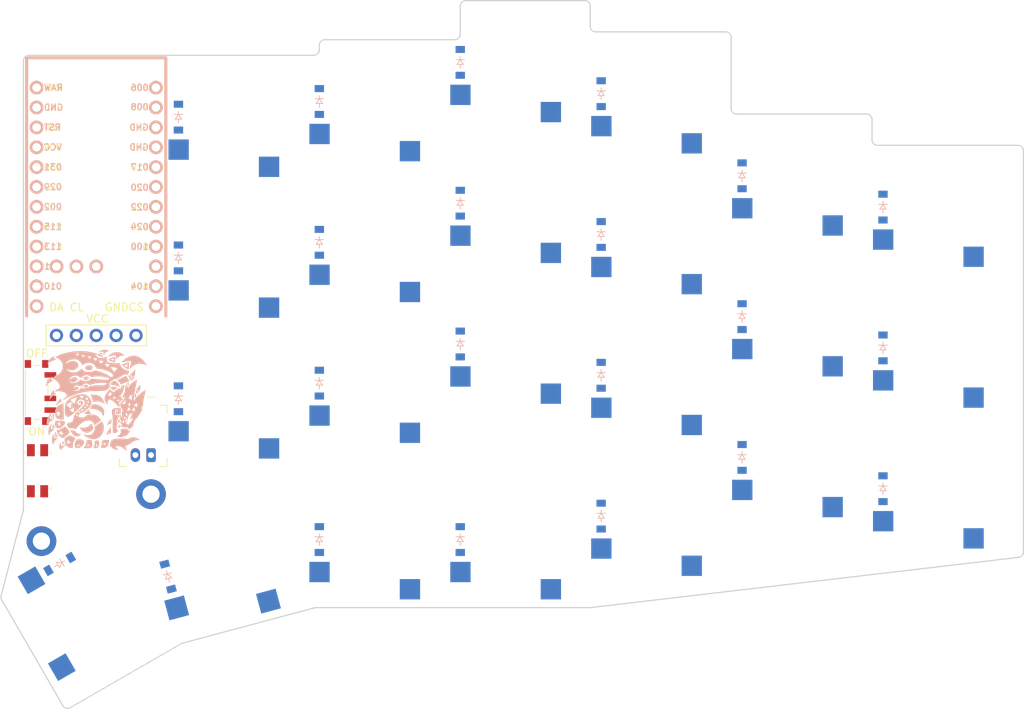
<source format=kicad_pcb>
(kicad_pcb (version 20240108) (generator "pcbnew") (generator_version "8.0")
  (title_block (title "right") (rev "v1.0.0") (company "Unknown"))
  (layers (0 "F.Cu" signal) (31 "B.Cu" signal) (34 "B.Paste" user) (35 "F.Paste" user) (36 "B.SilkS" user "B.Silkscreen") (37 "F.SilkS" user "F.Silkscreen") (38 "B.Mask" user) (39 "F.Mask" user) (44 "Edge.Cuts" user))
  (net 0 "")
  (net 1 "P031")
  (net 2 "mirror_outer_bottom")
  (net 3 "mirror_outer_home")
  (net 4 "mirror_outer_top")
  (net 5 "P029")
  (net 6 "mirror_pinky_bottom")
  (net 7 "mirror_pinky_home")
  (net 8 "mirror_pinky_top")
  (net 9 "P002")
  (net 10 "mirror_ring_bonus")
  (net 11 "mirror_ring_bottom")
  (net 12 "mirror_ring_home")
  (net 13 "mirror_ring_top")
  (net 14 "P115")
  (net 15 "mirror_middle_bottom")
  (net 16 "mirror_middle_home")
  (net 17 "mirror_middle_top")
  (net 18 "P113")
  (net 19 "mirror_index_bottom")
  (net 20 "mirror_index_home")
  (net 21 "mirror_index_top")
  (net 22 "P111")
  (net 23 "mirror_inner_bottom")
  (net 24 "mirror_inner_home")
  (net 25 "mirror_inner_top")
  (net 26 "mirror_inner_thumb")
  (net 27 "mirror_close_thumb")
  (net 28 "mirror_home_thumb")
  (net 29 "P010")
  (net 30 "mirror_outer_thumb")
  (net 31 "P022")
  (net 32 "P020")
  (net 33 "P017")
  (net 34 "P024")
  (net 35 "RAW")
  (net 36 "GND")
  (net 37 "RST")
  (net 38 "VCC")
  (net 39 "P009")
  (net 40 "P006")
  (net 41 "P008")
  (net 42 "P100")
  (net 43 "P011")
  (net 44 "P104")
  (net 45 "P106")
  (net 46 "P101")
  (net 47 "P102")
  (net 48 "P107")
  (net 49 "BAT_P")
  (footprint "PG1350" (layer "F.Cu") (at 178 140.5 180)
    (property "Reference" "S15" (hide yes))
    (property "Value" "" (hide yes))
    (pad "" np_thru_hole circle (at -5.5 0) (size 1.7018 1.7018) (drill 1.7018) (layers "*.Cu" "*.Mask"))
    (pad "" np_thru_hole circle (at 0 -5.95) (size 3 3) (drill 3) (layers "*.Cu" "*.Mask"))
    (pad "" np_thru_hole circle (at 0 0) (size 3.429 3.429) (drill 3.429) (layers "*.Cu" "*.Mask"))
    (pad "" np_thru_hole circle (at 5 -3.75) (size 3 3) (drill 3) (layers "*.Cu" "*.Mask"))
    (pad "" np_thru_hole circle (at 5.5 0) (size 1.7018 1.7018) (drill 1.7018) (layers "*.Cu" "*.Mask"))
    (pad "1" smd rect (at -3.275 -5.95 180) (size 2.6 2.6) (layers "B.Cu" "B.Paste" "B.Mask") (net 18 "P113"))
    (pad "2" smd rect (at 8.275 -3.75 180) (size 2.6 2.6) (layers "B.Cu" "B.Paste" "B.Mask") (net 20 "mirror_index_home"))
  )
  (footprint "PG1350" (layer "F.Cu") (at 250 154 180)
    (property "Reference" "S2" (hide yes))
    (property "Value" "" (hide yes))
    (pad "" np_thru_hole circle (at -5.5 0) (size 1.7018 1.7018) (drill 1.7018) (layers "*.Cu" "*.Mask"))
    (pad "" np_thru_hole circle (at 0 -5.95) (size 3 3) (drill 3) (layers "*.Cu" "*.Mask"))
    (pad "" np_thru_hole circle (at 0 0) (size 3.429 3.429) (drill 3.429) (layers "*.Cu" "*.Mask"))
    (pad "" np_thru_hole circle (at 5 -3.75) (size 3 3) (drill 3) (layers "*.Cu" "*.Mask"))
    (pad "" np_thru_hole circle (at 5.5 0) (size 1.7018 1.7018) (drill 1.7018) (layers "*.Cu" "*.Mask"))
    (pad "1" smd rect (at -3.275 -5.95 180) (size 2.6 2.6) (layers "B.Cu" "B.Paste" "B.Mask") (net 1 "P031"))
    (pad "2" smd rect (at 8.275 -3.75 180) (size 2.6 2.6) (layers "B.Cu" "B.Paste" "B.Mask") (net 3 "mirror_outer_home"))
  )
  (footprint "PG1350" (layer "F.Cu") (at 178 122.5 180)
    (property "Reference" "S16" (hide yes))
    (property "Value" "" (hide yes))
    (pad "" np_thru_hole circle (at -5.5 0) (size 1.7018 1.7018) (drill 1.7018) (layers "*.Cu" "*.Mask"))
    (pad "" np_thru_hole circle (at 0 -5.95) (size 3 3) (drill 3) (layers "*.Cu" "*.Mask"))
    (pad "" np_thru_hole circle (at 0 0) (size 3.429 3.429) (drill 3.429) (layers "*.Cu" "*.Mask"))
    (pad "" np_thru_hole circle (at 5 -3.75) (size 3 3) (drill 3) (layers "*.Cu" "*.Mask"))
    (pad "" np_thru_hole circle (at 5.5 0) (size 1.7018 1.7018) (drill 1.7018) (layers "*.Cu" "*.Mask"))
    (pad "1" smd rect (at -3.275 -5.95 180) (size 2.6 2.6) (layers "B.Cu" "B.Paste" "B.Mask") (net 18 "P113"))
    (pad "2" smd rect (at 8.275 -3.75 180) (size 2.6 2.6) (layers "B.Cu" "B.Paste" "B.Mask") (net 21 "mirror_index_top"))
  )
  (footprint "ceoloide:battery_connector_jst_ph_2" (layer "F.Cu") (at 147.2 167.3 180)
    (property "Reference" "JST1" (hide yes))
    (property "Value" "")
    (pad "1" thru_hole roundrect (at -1 0 180) (size 1.2 1.75) (drill 0.75) (layers "*.Cu" "*.Mask") (roundrect_rratio 0.2) (net 36 "GND"))
    (pad "2" thru_hole oval (at 1 0 180) (size 1.2 1.75) (drill 0.75) (layers "*.Cu" "*.Mask") (net 49 "BAT_P"))
  )
  (footprint "ceoloide:mounting_hole_npth" (layer "F.Cu") (at 147.369072 179.907463 30)
    (property "Reference" "MH5" (hide yes))
    (property "Value" "")
    (pad "" np_thru_hole circle (at 0 0 30) (size 3 3) (drill 3) (layers "*.Cu" "*.Mask"))
  )
  (footprint "ceoloide:mounting_hole_npth" (layer "F.Cu") (at 169 133.5)
    (property "Reference" "MH1" (hide yes))
    (property "Value" "")
    (pad "" np_thru_hole circle (at 0 0) (size 3 3) (drill 3) (layers "*.Cu" "*.Mask"))
  )
  (footprint "ceoloide:display_nice_view" (layer "F.Cu") (at 141.2 135.3)
    (property "Reference" "DISP1" (hide yes))
    (property "Value" "")
    (fp_text user "GND" (at 2.62 13.1 0) (layer "F.SilkS"))
    (fp_text user "DA" (at -5.08 13.1 0) (layer "F.SilkS"))
    (fp_text user "CL" (at -2.48 13.1 0) (layer "F.SilkS"))
    (fp_text user "VCC" (at 0.15 14.6 0) (layer "F.SilkS"))
    (fp_text user "CS" (at 5.12 13.1 0) (layer "F.SilkS"))
    (pad "1" thru_hole oval (at -5.08 16.7 270) (size 1.7 1.7) (drill 1) (layers "*.Cu" "*.Mask") (net 43 "P011"))
    (pad "2" thru_hole oval (at -2.54 16.7 270) (size 1.7 1.7) (drill 1) (layers "*.Cu" "*.Mask") (net 36 "GND"))
    (pad "3" thru_hole oval (at 0 16.7 270) (size 1.7 1.7) (drill 1) (layers "*.Cu" "*.Mask") (net 38 "VCC"))
    (pad "4" thru_hole oval (at 2.54 16.7 270) (size 1.7 1.7) (drill 1) (layers "*.Cu" "*.Mask") (net 44 "P104"))
    (pad "5" thru_hole circle (at 5.08 16.7 270) (size 1.7 1.7) (drill 1) (layers "*.Cu" "*.Mask") (net 45 "P106"))
  )
  (footprint "PG1350" (layer "F.Cu") (at 250 172 180)
    (property "Reference" "S1" (hide yes))
    (property "Value" "" (hide yes))
    (pad "" np_thru_hole circle (at -5.5 0) (size 1.7018 1.7018) (drill 1.7018) (layers "*.Cu" "*.Mask"))
    (pad "" np_thru_hole circle (at 0 -5.95) (size 3 3) (drill 3) (layers "*.Cu" "*.Mask"))
    (pad "" np_thru_hole circle (at 0 0) (size 3.429 3.429) (drill 3.429) (layers "*.Cu" "*.Mask"))
    (pad "" np_thru_hole circle (at 5 -3.75) (size 3 3) (drill 3) (layers "*.Cu" "*.Mask"))
    (pad "" np_thru_hole circle (at 5.5 0) (size 1.7018 1.7018) (drill 1.7018) (layers "*.Cu" "*.Mask"))
    (pad "1" smd rect (at -3.275 -5.95 180) (size 2.6 2.6) (layers "B.Cu" "B.Paste" "B.Mask") (net 1 "P031"))
    (pad "2" smd rect (at 8.275 -3.75 180) (size 2.6 2.6) (layers "B.Cu" "B.Paste" "B.Mask") (net 2 "mirror_outer_bottom"))
  )
  (footprint "PG1350" (layer "F.Cu") (at 232 168 180)
    (property "Reference" "S4" (hide yes))
    (property "Value" "" (hide yes))
    (pad "" np_thru_hole circle (at -5.5 0) (size 1.7018 1.7018) (drill 1.7018) (layers "*.Cu" "*.Mask"))
    (pad "" np_thru_hole circle (at 0 -5.95) (size 3 3) (drill 3) (layers "*.Cu" "*.Mask"))
    (pad "" np_thru_hole circle (at 0 0) (size 3.429 3.429) (drill 3.429) (layers "*.Cu" "*.Mask"))
    (pad "" np_thru_hole circle (at 5 -3.75) (size 3 3) (drill 3) (layers "*.Cu" "*.Mask"))
    (pad "" np_thru_hole circle (at 5.5 0) (size 1.7018 1.7018) (drill 1.7018) (layers "*.Cu" "*.Mask"))
    (pad "1" smd rect (at -3.275 -5.95 180) (size 2.6 2.6) (layers "B.Cu" "B.Paste" "B.Mask") (net 5 "P029"))
    (pad "2" smd rect (at 8.275 -3.75 180) (size 2.6 2.6) (layers "B.Cu" "B.Paste" "B.Mask") (net 6 "mirror_pinky_bottom"))
  )
  (footprint "PG1350" (layer "F.Cu") (at 196 178.5 180)
    (property "Reference" "S20" (hide yes))
    (property "Value" "" (hide yes))
    (pad "" np_thru_hole circle (at -5.5 0) (size 1.7018 1.7018) (drill 1.7018) (layers "*.Cu" "*.Mask"))
    (pad "" np_thru_hole circle (at 0 -5.95) (size 3 3) (drill 3) (layers "*.Cu" "*.Mask"))
    (pad "" np_thru_hole circle (at 0 0) (size 3.429 3.429) (drill 3.429) (layers "*.Cu" "*.Mask"))
    (pad "" np_thru_hole circle (at 5 -3.75) (size 3 3) (drill 3) (layers "*.Cu" "*.Mask"))
    (pad "" np_thru_hole circle (at 5.5 0) (size 1.7018 1.7018) (drill 1.7018) (layers "*.Cu" "*.Mask"))
    (pad "1" smd rect (at -3.275 -5.95 180) (size 2.6 2.6) (layers "B.Cu" "B.Paste" "B.Mask") (net 14 "P115"))
    (pad "2" smd rect (at 8.275 -3.75 180) (size 2.6 2.6) (layers "B.Cu" "B.Paste" "B.Mask") (net 26 "mirror_inner_thumb"))
  )
  (footprint "PG1350" (layer "F.Cu") (at 232 132 180)
    (property "Reference" "S6" (hide yes))
    (property "Value" "" (hide yes))
    (pad "" np_thru_hole circle (at -5.5 0) (size 1.7018 1.7018) (drill 1.7018) (layers "*.Cu" "*.Mask"))
    (pad "" np_thru_hole circle (at 0 -5.95) (size 3 3) (drill 3) (layers "*.Cu" "*.Mask"))
    (pad "" np_thru_hole circle (at 0 0) (size 3.429 3.429) (drill 3.429) (layers "*.Cu" "*.Mask"))
    (pad "" np_thru_hole circle (at 5 -3.75) (size 3 3) (drill 3) (layers "*.Cu" "*.Mask"))
    (pad "" np_thru_hole circle (at 5.5 0) (size 1.7018 1.7018) (drill 1.7018) (layers "*.Cu" "*.Mask"))
    (pad "1" smd rect (at -3.275 -5.95 180) (size 2.6 2.6) (layers "B.Cu" "B.Paste" "B.Mask") (net 5 "P029"))
    (pad "2" smd rect (at 8.275 -3.75 180) (size 2.6 2.6) (layers "B.Cu" "B.Paste" "B.Mask") (net 8 "mirror_pinky_top"))
  )
  (footprint "PG1350" (layer "F.Cu") (at 178 158.5 180)
    (property "Reference" "S14" (hide yes))
    (property "Value" "" (hide yes))
    (pad "" np_thru_hole circle (at -5.5 0) (size 1.7018 1.7018) (drill 1.7018) (layers "*.Cu" "*.Mask"))
    (pad "" np_thru_hole circle (at 0 -5.95) (size 3 3) (drill 3) (layers "*.Cu" "*.Mask"))
    (pad "" np_thru_hole circle (at 0 0) (size 3.429 3.429) (drill 3.429) (layers "*.Cu" "*.Mask"))
    (pad "" np_thru_hole circle (at 5 -3.75) (size 3 3) (drill 3) (layers "*.Cu" "*.Mask"))
    (pad "" np_thru_hole circle (at 5.5 0) (size 1.7018 1.7018) (drill 1.7018) (layers "*.Cu" "*.Mask"))
    (pad "1" smd rect (at -3.275 -5.95 180) (size 2.6 2.6) (layers "B.Cu" "B.Paste" "B.Mask") (net 18 "P113"))
    (pad "2" smd rect (at 8.275 -3.75 180) (size 2.6 2.6) (layers "B.Cu" "B.Paste" "B.Mask") (net 19 "mirror_index_bottom"))
  )
  (footprint "ceoloide:mounting_hole_plated" (layer "F.Cu") (at 148.2 172.3)
    (property "Reference" "H1" (hide yes))
    (property "Value" "")
    (pad "" thru_hole circle (at 0 0) (size 3.8 3.8) (drill 2.2) (layers "*.Cu" "*.Mask"))
  )
  (footprint "ceoloide:mounting_hole_npth" (layer "F.Cu") (at 241 163)
    (property "Reference" "MH3" (hide yes))
    (property "Value" "")
    (pad "" np_thru_hole circle (at 0 0) (size 3 3) (drill 3) (layers "*.Cu" "*.Mask"))
  )
  (footprint "nice_nano" (layer "F.Cu") (at 141.2 134.3 -90)
    (property "Reference" "MCU1" (hide yes))
    (property "Value" "")
    (fp_text user "002" (at 1.27 5.537191 0) (layer "B.SilkS") (effects (font (size 0.8 0.8)) (justify mirror)))
    (fp_text user "GND" (at -11.43 5.454667 0) (layer "B.SilkS") (effects (font (size 0.8 0.8)) (justify mirror)))
    (fp_text user "104" (at 11.43 -5.53719 0) (layer "B.SilkS") (effects (font (size 0.8 0.8)) (justify mirror)))
    (fp_text user "VCC" (at -6.35 5.537191 0) (layer "B.SilkS") (effects (font (size 0.8 0.8)) (justify mirror)))
    (fp_text user "022" (at 1.3 -5.53719 0) (layer "B.SilkS") (effects (font (size 0.8 0.8)) (justify mirror)))
    (fp_text user "RAW" (at -13.97 5.473715 0) (layer "B.SilkS") (effects (font (size 0.8 0.8)) (justify mirror)))
    (fp_text user "008" (at -11.5 -5.53719 0) (layer "B.SilkS") (effects (font (size 0.8 0.8)) (justify mirror)))
    (fp_text user "017" (at -3.8 -5.53719 0) (layer "B.SilkS") (effects (font (size 0.8 0.8)) (justify mirror)))
    (fp_text user "024" (at 3.81 -5.53719 0) (layer "B.SilkS") (effects (font (size 0.8 0.8)) (justify mirror)))
    (fp_text user "100" (at 6.35 -5.53719 0) (layer "B.SilkS") (effects (font (size 0.8 0.8)) (justify mirror)))
    (fp_text user "006" (at -13.97 -5.53719 0) (layer "B.SilkS") (effects (font (size 0.8 0.8)) (justify mirror)))
    (fp_text user "GND" (at -8.89 -5.461 0) (layer "B.SilkS") (effects (font (size 0.8 0.8)) (justify mirror)))
    (fp_text user "115" (at 3.81 5.537191 0) (layer "B.SilkS") (effects (font (size 0.8 0.8)) (justify mirror)))
    (fp_text user "111" (at 8.89 5.537191 0) (layer "B.SilkS") (effects (font (size 0.8 0.8)) (justify mirror)))
    (fp_text user "031" (at -3.81 5.537191 0) (layer "B.SilkS") (effects (font (size 0.8 0.8)) (justify mirror)))
    (fp_text user "020" (at -1.2 -5.53719 0) (layer "B.SilkS") (effects (font (size 0.8 0.8)) (justify mirror)))
    (fp_text user "GND" (at -6.35 -5.461 0) (layer "B.SilkS") (effects (font (size 0.8 0.8)) (justify mirror)))
    (fp_text user "010" (at 11.43 5.537191 0) (layer "B.SilkS") (effects (font (size 0.8 0.8)) (justify mirror)))
    (fp_text user "RST" (at -8.89 5.588 0) (layer "B.SilkS") (effects (font (size 0.8 0.8)) (justify mirror)))
    (fp_text user "029" (at -1.27 5.537191 0) (layer "B.SilkS") (effects (font (size 0.8 0.8)) (justify mirror)))
    (fp_text user "113" (at 6.35 5.537191 0) (layer "B.SilkS") (effects (font (size 0.8 0.8)) (justify mirror)))
    (fp_text user "031" (at -3.81 5.537191 0) (layer "F.SilkS") (effects (font (size 0.8 0.8))))
    (fp_text user "RAW" (at -13.97 5.473715 0) (layer "F.SilkS") (effects (font (size 0.8 0.8))))
    (fp_text user "GND" (at -11.43 5.454667 0) (layer "F.SilkS") (effects (font (size 0.8 0.8))))
    (fp_text user "017" (at -3.8 -5.53719 0) (layer "F.SilkS") (effects (font (size 0.8 0.8))))
    (fp_text user "111" (at 8.89 5.537191 0) (layer "F.SilkS") (effects (font (size 0.8 0.8))))
    (fp_text user "104" (at 11.43 -5.53719 0) (layer "F.SilkS") (effects (font (size 0.8 0.8))))
    (fp_text user "006" (at -13.97 -5.53719 0) (layer "F.SilkS") (effects (font (size 0.8 0.8))))
    (fp_text user "GND" (at -8.89 -5.461 0) (layer "F.SilkS") (effects (font (size 0.8 0.8))))
    (fp_text user "002" (at 1.27 5.537191 0) (layer "F.SilkS") (effects (font (size 0.8 0.8))))
    (fp_text user "020" (at -1.2 -5.53719 0) (layer "F.SilkS") (effects (font (size 0.8 0.8))))
    (fp_text user "024" (at 3.81 -5.53719 0) (layer "F.SilkS") (effects (font (size 0.8 0.8))))
    (fp_text user "029" (at -1.27 5.537191 0) (layer "F.SilkS") (effects (font (size 0.8 0.8))))
    (fp_text user "GND" (at -6.35 -5.461 0) (layer "F.SilkS") (effects (font (size 0.8 0.8))))
    (fp_text user "113" (at 6.35 5.537191 0) (layer "F.SilkS") (effects (font (size 0.8 0.8))))
    (fp_text user "VCC" (at -6.35 5.537191 0) (layer "F.SilkS") (effects (font (size 0.8 0.8))))
    (fp_text user "010" (at 11.43 5.537191 0) (layer "F.SilkS") (effects (font (size 0.8 0.8))))
    (fp_text user "008" (at -11.5 -5.53719 0) (layer "F.SilkS") (effects (font (size 0.8 0.8))))
    (fp_text user "100" (at 6.35 -5.53719 0) (layer "F.SilkS") (effects (font (size 0.8 0.8))))
    (fp_text user "115" (at 3.81 5.537191 0) (layer "F.SilkS") (effects (font (size 0.8 0.8))))
    (fp_text user "022" (at 1.3 -5.53719 0) (layer "F.SilkS") (effects (font (size 0.8 0.8))))
    (fp_text user "RST" (at -8.89 5.588 0) (layer "F.SilkS") (effects (font (size 0.8 0.8))))
    (pad "1" thru_hole circle (at -13.97 -7.62) (size 1.7526 1.7526) (drill 1.0922) (layers "*.Cu" "*.SilkS" "*.Mask") (net 40 "P006"))
    (pad "2" thru_hole circle (at -11.43 -7.62) (size 1.7526 1.7526) (drill 1.0922) (layers "*.Cu" "*.SilkS" "*.Mask") (net 41 "P008"))
    (pad "3" thru_hole circle (at -8.89 -7.62) (size 1.7526 1.7526) (drill 1.0922) (layers "*.Cu" "*.SilkS" "*.Mask") (net 36 "GND"))
    (pad "4" thru_hole circle (at -6.35 -7.62) (size 1.7526 1.7526) (drill 1.0922) (layers "*.Cu" "*.SilkS" "*.Mask") (net 36 "GND"))
    (pad "5" thru_hole circle (at -3.81 -7.62) (size 1.7526 1.7526) (drill 1.0922) (layers "*.Cu" "*.SilkS" "*.Mask") (net 33 "P017"))
    (pad "6" thru_hole circle (at -1.27 -7.62) (size 1.7526 1.7526) (drill 1.0922) (layers "*.Cu" "*.SilkS" "*.Mask") (net 32 "P020"))
    (pad "7" thru_hole circle (at 1.27 -7.62) (size 1.7526 1.7526) (drill 1.0922) (layers "*.Cu" "*.SilkS" "*.Mask") (net 31 "P022"))
    (pad "8" thru_hole circle (at 3.81 -7.62) (size 1.7526 1.7526) (drill 1.0922) (layers "*.Cu" "*.SilkS" "*.Mask") (net 34 "P024"))
    (pad "9" thru_hole circle (at 6.35 -7.62) (size 1.7526 1.7526) (drill 1.0922) (layers "*.Cu" "*.SilkS" "*.Mask") (net 42 "P100"))
    (pad "10" thru_hole circle (at 8.89 -7.62) (size 1.7526 1.7526) (drill 1.0922) (layers "*.Cu" "*.SilkS" "*.Mask") (net 43 "P011"))
    (pad "11" thru_hole circle (at 11.43 -7.62) (size 1.7526 1.7526) (drill 1.0922) (layers "*.Cu" "*.SilkS" "*.Mask") (net 44 "P104"))
    (pad "12" thru_hole circle (at 13.97 -7.62) (size 1.7526 1.7526) (drill 1.0922) (layers "*.Cu" "*.SilkS" "*.Mask") (net 45 "P106"))
    (pad "13" thru_hole circle (at 13.97 7.62) (size 1.7526 1.7526) (drill 1.0922) (layers "*.Cu" "*.SilkS" "*.Mask") (net 39 "P009"))
    (pad "14" thru_hole circle (at 11.43 7.62) (size 1.7526 1.7526) (drill 1.0922) (layers "*.Cu" "*.SilkS" "*.Mask") (net 29 "P010"))
    (pad "15" thru_hole circle (at 8.89 7.62) (size 1.7526 1.7526) (drill 1.0922) (layers "*.Cu" "*.SilkS" "*.Mask") (net 22 "P111"))
    (pad "16" thru_hole circle (at 6.35 7.62) (size 1.7526 1.7526) (drill 1.0922) (layers "*.Cu" "*.SilkS" "*.Mask") (net 18 "P113"))
    (pad "17" thru_hole circle (at 3.81 7.62) (size 1.7526 1.7526) (drill 1.0922) (layers "*.Cu" "*.SilkS" "*.Mask") (net 14 "P115"))
    (pad "18" thru_hole circle (at 1.27 7.62) (size 1.7526 1.7526) (drill 1.0922) (layers "*.Cu" "*.SilkS" "*.Mask") (net 9 "P002"))
    (pad "19" thru_hole circle (at -1.27 7.62) (size 1.7526 1.7526) (drill 1.0922) (layers "*.Cu" "*.SilkS" "*.Mask") (net 5 "P029"))
    (pad "20" thru_hole circle (at -3.81 7.62) (size 1.7526 1.7526) (drill 1.0922) (layers "*.Cu" "*.SilkS" "*.Mask") (net 1 "P031"))
    (pad "21" thru_hole circle (at -6.35 7.62) (size 1.7526 1.7526) (drill 1.0922) (layers "*.Cu" "*.SilkS" "*.Mask") (net 38 "VCC"))
    (pad "22" thru_hole circle (at -8.89 7.62) (size 1.7526 1.7526) (drill 1.0922) (layers "*.Cu" "*.SilkS" "*.Mask") (net 37 "RST"))
    (pad "23" thru_hole circle (at -11.43 7.62) (size 1.7526 1.7526) (drill 1.0922) (layers "*.Cu" "*.SilkS" "*.Mask") (net 36 "GND"))
    (pad "24" thru_hole circle (at -13.97 7.62) (size 1.7526 1.7526) (drill 1.0922) (layers "*.Cu" "*.SilkS" "*.Mask") (net 35 "RAW"))
    (pad "31" thru_hole circle (at 8.89 5.08) (size 1.7526 1.7526) (drill 1.0922) (layers "*.Cu" "*.SilkS" "*.Mask") (net 46 "P101"))
    (pad "32" thru_hole circle (at 8.89 2.54) (size 1.7526 1.7526) (drill 1.0922) (layers "*.Cu" "*.SilkS" "*.Mask") (net 47 "P102"))
    (pad "33" thru_hole circle (at 8.89 0) (size 1.7526 1.7526) (drill 1.0922) (layers "*.Cu" "*.SilkS" "*.Mask") (net 48 "P107"))
  )
  (footprint "PG1350" (layer "F.Cu") (at 196 135.5 180)
    (property "Reference" "S12" (hide yes))
    (property "Value" "" (hide yes))
    (pad "" np_thru_hole circle (at -5.5 0) (size 1.7018 1.7018) (drill 1.7018) (layers "*.Cu" "*.Mask"))
    (pad "" np_thru_hole circle (at 0 -5.95) (size 3 3) (drill 3) (layers "*.Cu" "*.Mask"))
    (pad "" np_thru_hole circle (at 0 0) (size 3.429 3.429) (drill 3.429) (layers "*.Cu" "*.Mask"))
    (pad "" np_thru_hole circle (at 5 -3.75) (size 3 3) (drill 3) (layers "*.Cu" "*.Mask"))
    (pad "" np_thru_hole circle (at 5.5 0) (size 1.7018 1.7018) (drill 1.7018) (layers "*.Cu" "*.Mask"))
    (pad "1" smd rect (at -3.275 -5.95 180) (size 2.6 2.6) (layers "B.Cu" "B.Paste" "B.Mask") (net 14 "P115"))
    (pad "2" smd rect (at 8.275 -3.75 180) (size 2.6 2.6) (layers "B.Cu" "B.Paste" "B.Mask") (net 16 "mirror_middle_home"))
  )
  (footprint "PG1350" (layer "F.Cu") (at 196 117.5 180)
    (property "Reference" "S13" (hide yes))
    (property "Value" "" (hide yes))
    (pad "" np_thru_hole circle (at -5.5 0) (size 1.7018 1.7018) (drill 1.7018) (layers "*.Cu" "*.Mask"))
    (pad "" np_thru_hole circle (at 0 -5.95) (size 3 3) (drill 3) (layers "*.Cu" "*.Mask"))
    (pad "" np_thru_hole circle (at 0 0) (size 3.429 3.429) (drill 3.429) (layers "*.Cu" "*.Mask"))
    (pad "" np_thru_hole circle (at 5 -3.75) (size 3 3) (drill 3) (layers "*.Cu" "*.Mask"))
    (pad "" np_thru_hole circle (at 5.5 0) (size 1.7018 1.7018) (drill 1.7018) (layers "*.Cu" "*.Mask"))
    (pad "1" smd rect (at -3.275 -5.95 180) (size 2.6 2.6) (layers "B.Cu" "B.Paste" "B.Mask") (net 14 "P115"))
    (pad "2" smd rect (at 8.275 -3.75 180) (size 2.6 2.6) (layers "B.Cu" "B.Paste" "B.Mask") (net 17 "mirror_middle_top"))
  )
  (footprint "PG1350" (layer "F.Cu") (at 158.494934 181.067891 -165)
    (property "Reference" "S22" (hide yes))
    (property "Value" "" (hide yes))
    (pad "" np_thru_hole circle (at -5.5 0) (size 1.7018 1.7018) (drill 1.7018) (layers "*.Cu" "*.Mask"))
    (pad "" np_thru_hole circle (at 0 -5.95) (size 3 3) (drill 3) (layers "*.Cu" "*.Mask"))
    (pad "" np_thru_hole circle (at 0 0) (size 3.429 3.429) (drill 3.429) (layers "*.Cu" "*.Mask"))
    (pad "" np_thru_hole circle (at 5 -3.75) (size 3 3) (drill 3) (layers "*.Cu" "*.Mask"))
    (pad "" np_thru_hole circle (at 5.5 0) (size 1.7018 1.7018) (drill 1.7018) (layers "*.Cu" "*.Mask"))
    (pad "1" smd rect (at -3.275 -5.95 195) (size 2.6 2.6) (layers "B.Cu" "B.Paste" "B.Mask") (net 22 "P111"))
    (pad "2" smd rect (at 8.275 -3.75 195) (size 2.6 2.6) (layers "B.Cu" "B.Paste" "B.Mask") (net 28 "mirror_home_thumb"))
  )
  (footprint "PG1350" (layer "F.Cu") (at 160 142.5 180)
    (property "Reference" "S18" (hide yes))
    (property "Value" "" (hide yes))
    (pad "" np_thru_hole circle (at -5.5 0) (size 1.7018 1.7018) (drill 1.7018) (layers "*.Cu" "*.Mask"))
    (pad "" np_thru_hole circle (at 0 -5.95) (size 3 3) (drill 3) (layers "*.Cu" "*.Mask"))
    (pad "" np_thru_hole circle (at 0 0) (size 3.429 3.429) (drill 3.429) (layers "*.Cu" "*.Mask"))
    (pad "" np_thru_hole circle (at 5 -3.75) (size 3 3) (drill 3) (layers "*.Cu" "*.Mask"))
    (pad "" np_thru_hole circle (at 5.5 0) (size 1.7018 1.7018) (drill 1.7018) (layers "*.Cu" "*.Mask"))
    (pad "1" smd rect (at -3.275 -5.95 180) (size 2.6 2.6) (layers "B.Cu" "B.Paste" "B.Mask") (net 22 "P111"))
    (pad "2" smd rect (at 8.275 -3.75 180) (size 2.6 2.6) (layers "B.Cu" "B.Paste" "B.Mask") (net 24 "mirror_inner_home"))
  )
  (footprint "PG1350" (layer "F.Cu") (at 214 139.5 180)
    (property "Reference" "S9" (hide yes))
    (property "Value" "" (hide yes))
    (pad "" np_thru_hole circle (at -5.5 0) (size 1.7018 1.7018) (drill 1.7018) (layers "*.Cu" "*.Mask"))
    (pad "" np_thru_hole circle (at 0 -5.95) (size 3 3) (drill 3) (layers "*.Cu" "*.Mask"))
    (pad "" np_thru_hole circle (at 0 0) (size 3.429 3.429) (drill 3.429) (layers "*.Cu" "*.Mask"))
    (pad "" np_thru_hole circle (at 5 -3.75) (size 3 3) (drill 3) (layers "*.Cu" "*.Mask"))
    (pad "" np_thru_hole circle (at 5.5 0) (size 1.7018 1.7018) (drill 1.7018) (layers "*.Cu" "*.Mask"))
    (pad "1" smd rect (at -3.275 -5.95 180) (size 2.6 2.6) (layers "B.Cu" "B.Paste" "B.Mask") (net 9 "P002"))
    (pad "2" smd rect (at 8.275 -3.75 180) (size 2.6 2.6) (layers "B.Cu" "B.Paste" "B.Mask") (net 12 "mirror_ring_home"))
  )
  (footprint "PG1350" (layer "F.Cu") (at 250 136 180)
    (property "Reference" "S3" (hide yes))
    (property "Value" "" (hide yes))
    (pad "" np_thru_hole circle (at -5.5 0) (size 1.7018 1.7018) (drill 1.7018) (layers "*.Cu" "*.Mask"))
    (pad "" np_thru_hole circle (at 0 -5.95) (size 3 3) (drill 3) (layers "*.Cu" "*.Mask"))
    (pad "" np_thru_hole circle (at 0 0) (size 3.429 3.429) (drill 3.429) (layers "*.Cu" "*.Mask"))
    (pad "" np_thru_hole circle (at 5 -3.75) (size 3 3) (drill 3) (layers "*.Cu" "*.Mask"))
    (pad "" np_thru_hole circle (at 5.5 0) (size 1.7018 1.7018) (drill 1.7018) (layers "*.Cu" "*.Mask"))
    (pad "1" smd rect (at -3.275 -5.95 180) (size 2.6 2.6) (layers "B.Cu" "B.Paste" "B.Mask") (net 1 "P031"))
    (pad "2" smd rect (at 8.275 -3.75 180) (size 2.6 2.6) (layers "B.Cu" "B.Paste" "B.Mask") (net 4 "mirror_outer_top"))
  )
  (footprint "PG1350" (layer "F.Cu") (at 196 153.5 180)
    (property "Reference" "S11" (hide yes))
    (property "Value" "" (hide yes))
    (pad "" np_thru_hole circle (at -5.5 0) (size 1.7018 1.7018) (drill 1.7018) (layers "*.Cu" "*.Mask"))
    (pad "" np_thru_hole circle (at 0 -5.95) (size 3 3) (drill 3) (layers "*.Cu" "*.Mask"))
    (pad "" np_thru_hole circle (at 0 0) (size 3.429 3.429) (drill 3.429) (layers "*.Cu" "*.Mask"))
    (pad "" np_thru_hole circle (at 5 -3.75) (size 3 3) (drill 3) (layers "*.Cu" "*.Mask"))
    (pad "" np_thru_hole circle (at 5.5 0) (size 1.7018 1.7018) (drill 1.7018) (layers "*.Cu" "*.Mask"))
    (pad "1" smd rect (at -3.275 -5.95 180) (size 2.6 2.6) (layers "B.Cu" "B.Paste" "B.Mask") (net 14 "P115"))
    (pad "2" smd rect (at 8.275 -3.75 180) (size 2.6 2.6) (layers "B.Cu" "B.Paste" "B.Mask") (net 15 "mirror_middle_bottom"))
  )
  (footprint "ceoloide:reset_switch_smd_side" (layer "F.Cu") (at 133.7 169.3 90)
    (property "Reference" "RST1" (hide yes))
    (property "Value" "")
    (pad "" np_thru_hole circle (at 0 -1.375 270) (size 0.75 0.75) (drill 0.75) (layers "*.Cu" "*.Mask"))
    (pad "" np_thru_hole circle (at 0 1.375 270) (size 0.75 0.75) (drill 0.75) (layers "*.Cu" "*.Mask"))
    (pad "1" smd rect (at 2.625 -0.85 270) (size 1.55 1) (layers "F.Cu" "F.Paste" "F.Mask") (net 36 "GND"))
    (pad "2" smd rect (at 2.625 0.85 270) (size 1.55 1) (layers "F.Cu" "F.Paste" "F.Mask") (net 37 "RST"))
    (pad "3" smd rect (at -2.625 -0.85 270) (size 1.55 1) (layers "F.Cu" "F.Paste" "F.Mask") (net 36 "GND"))
    (pad "4" smd rect (at -2.625 0.85 270) (size 1.55 1) (layers "F.Cu" "F.Paste" "F.Mask") (net 37 "RST"))
  )
  (footprint "PG1350" (layer "F.Cu") (at 140.319106 188.596565 120)
    (property "Reference" "S23" (hide yes))
    (property "Value" "" (hide yes))
    (pad "" np_thru_hole circle (at -5.5 0) (size 1.7018 1.7018) (drill 1.7018) (layers "*.Cu" "*.Mask"))
    (pad "" np_thru_hole circle (at 0 -5.95) (size 3 3) (drill 3) (layers "*.Cu" "*.Mask"))
    (pad "" np_thru_hole circle (at 0 0) (size 3.429 3.429) (drill 3.429) (layers "*.Cu" "*.Mask"))
    (pad "" np_thru_hole circle (at 5 -3.75) (size 3 3) (drill 3) (layers "*.Cu" "*.Mask"))
    (pad "" np_thru_hole circle (at 5.5 0) (size 1.7018 1.7018) (drill 1.7018) (layers "*.Cu" "*.Mask"))
    (pad "1" smd rect (at -3.275 -5.95 120) (size 2.6 2.6) (layers "B.Cu" "B.Paste" "B.Mask") (net 29 "P010"))
    (pad "2" smd rect (at 8.275 -3.75 120) (size 2.6 2.6) (layers "B.Cu" "B.Paste" "B.Mask") (net 30 "mirror_outer_thumb"))
  )
  (footprint "ceoloide:mounting_hole_npth" (layer "F.Cu") (at 241 145)
    (property "Reference" "MH2" (hide yes))
    (property "Value" "")
    (pad "" np_thru_hole circle (at 0 0) (size 3 3) (drill 3) (layers "*.Cu" "*.Mask"))
  )
  (footprint "ceoloide:mounting_hole_npth" (layer "F.Cu") (at 169 169.5)
    (property "Reference" "MH4" (hide yes))
    (property "Value" "")
    (pad "" np_thru_hole circle (at 0 0) (size 3 3) (drill 3) (layers "*.Cu" "*.Mask"))
  )
  (footprint "PG1350" (layer "F.Cu") (at 214 175.5 180)
    (property "Reference" "S7" (hide yes))
    (property "Value" "" (hide yes))
    (pad "" np_thru_hole circle (at -5.5 0) (size 1.7018 1.7018) (drill 1.7018) (layers "*.Cu" "*.Mask"))
    (pad "" np_thru_hole circle (at 0 -5.95) (size 3 3) (drill 3) (layers "*.Cu" "*.Mask"))
    (pad "" np_thru_hole circle (at 0 0) (size 3.429 3.429) (drill 3.429) (layers "*.Cu" "*.Mask"))
    (pad "" np_thru_hole circle (at 5 -3.75) (size 3 3) (drill 3) (layers "*.Cu" "*.Mask"))
    (pad "" np_thru_hole circle (at 5.5 0) (size 1.7018 1.7018) (drill 1.7018) (layers "*.Cu" "*.Mask"))
    (pad "1" smd rect (at -3.275 -5.95 180) (size 2.6 2.6) (layers "B.Cu" "B.Paste" "B.Mask") (net 9 "P002"))
    (pad "2" smd rect (at 8.275 -3.75 180) (size 2.6 2.6) (layers "B.Cu" "B.Paste" "B.Mask") (net 10 "mirror_ring_bonus"))
  )
  (footprint "PG1350" (layer "F.Cu") (at 214 157.5 180)
    (property "Reference" "S8" (hide yes))
    (property "Value" "" (hide yes))
    (pad "" np_thru_hole circle (at -5.5 0) (size 1.7018 1.7018) (drill 1.7018) (layers "*.Cu" "*.Mask"))
    (pad "" np_thru_hole circle (at 0 -5.95) (size 3 3) (drill 3) (layers "*.Cu" "*.Mask"))
    (pad "" np_thru_hole circle (at 0 0) (size 3.429 3.429) (drill 3.429) (layers "*.Cu" "*.Mask"))
    (pad "" np_thru_hole circle (at 5 -3.75) (size 3 3) (drill 3) (layers "*.Cu" "*.Mask"))
    (pad "" np_thru_hole circle (at 5.5 0) (size 1.7018 1.7018) (drill 1.7018) (layers "*.Cu" "*.Mask"))
    (pad "1" smd rect (at -3.275 -5.95 180) (size 2.6 2.6) (layers "B.Cu" "B.Paste" "B.Mask") (net 9 "P002"))
    (pad "2" smd rect (at 8.275 -3.75 180) (size 2.6 2.6) (layers "B.Cu" "B.Paste" "B.Mask") (net 11 "mirror_ring_bottom"))
  )
  (footprint "PG1350" (layer "F.Cu") (at 160 124.5 180)
    (property "Reference" "S19" (hide yes))
    (property "Value" "" (hide yes))
    (pad "" np_thru_hole circle (at -5.5 0) (size 1.7018 1.7018) (drill 1.7018) (layers "*.Cu" "*.Mask"))
    (pad "" np_thru_hole circle (at 0 -5.95) (size 3 3) (drill 3) (layers "*.Cu" "*.Mask"))
    (pad "" np_thru_hole circle (at 0 0) (size 3.429 3.429) (drill 3.429) (layers "*.Cu" "*.Mask"))
    (pad "" np_thru_hole circle (at 5 -3.75) (size 3 3) (drill 3) (layers "*.Cu" "*.Mask"))
    (pad "" np_thru_hole circle (at 5.5 0) (size 1.7018 1.7018) (drill 1.7018) (layers "*.Cu" "*.Mask"))
    (pad "1" smd rect (at -3.275 -5.95 180) (size 2.6 2.6) (layers "B.Cu" "B.Paste" "B.Mask") (net 22 "P111"))
    (pad "2" smd rect (at 8.275 -3.75 180) (size 2.6 2.6) (layers "B.Cu" "B.Paste" "B.Mask") (net 25 "mirror_inner_top"))
  )
  (footprint "ceoloide:mounting_hole_plated" (layer "F.Cu") (at 134.2 178.3)
    (property "Reference" "H2" (hide yes))
    (property "Value" "")
    (pad "" thru_hole circle (at 0 0) (size 3.8 3.8) (drill 2.2) (layers "*.Cu" "*.Mask"))
  )
  (footprint "ceoloide:power_switch_smd_side" (layer "F.Cu") (at 133.6 159.3 180)
    (property "Reference" "PWR1" (hide yes))
    (property "Value" "")
    (fp_text user "ON" (at 0 -5 180) (layer "F.SilkS"))
    (fp_text user "OFF" (at 0 5 180) (layer "F.SilkS"))
    (pad "" smd rect (at -1.085 -3.65 270) (size 1 0.8) (layers "F.Cu" "F.Paste" "F.Mask"))
    (pad "" smd rect (at -1.085 3.65 270) (size 1 0.8) (layers "F.Cu" "F.Paste" "F.Mask"))
    (pad "" np_thru_hole circle (at 0.025 -1.5 270) (size 0.9 0.9) (drill 0.9) (layers "*.Cu" "*.Mask"))
    (pad "" np_thru_hole circle (at 0.025 1.5 270) (size 0.9 0.9) (drill 0.9) (layers "*.Cu" "*.Mask"))
    (pad "" smd rect (at 1.125 -3.65 270) (size 1 0.8) (layers "F.Cu" "F.Paste" "F.Mask"))
    (pad "" smd rect (at 1.125 3.65 270) (size 1 0.8) (layers "F.Cu" "F.Paste" "F.Mask"))
    (pad "1" smd rect (at -1.735 2.25 270) (size 0.7 1.5) (layers "F.Cu" "F.Paste" "F.Mask"))
    (pad "2" smd rect (at -1.735 -0.75 270) (size 0.7 1.5) (layers "F.Cu" "F.Paste" "F.Mask") (net 35 "RAW"))
    (pad "3" smd rect (at -1.735 -2.25 270) (size 0.7 1.5) (layers "F.Cu" "F.Paste" "F.Mask") (net 49 "BAT_P"))
  )
  (footprint "PG1350" (layer "F.Cu") (at 178 178.5 180)
    (property "Reference" "S21" (hide yes))
    (property "Value" "" (hide yes))
    (pad "" np_thru_hole circle (at -5.5 0) (size 1.7018 1.7018) (drill 1.7018) (layers "*.Cu" "*.Mask"))
    (pad "" np_thru_hole circle (at 0 -5.95) (size 3 3) (drill 3) (layers "*.Cu" "*.Mask"))
    (pad "" np_thru_hole circle (at 0 0) (size 3.429 3.429) (drill 3.429) (layers "*.Cu" "*.Mask"))
    (pad "" np_thru_hole circle (at 5 -3.75) (size 3 3) (drill 3) (layers "*.Cu" "*.Mask"))
    (pad "" np_thru_hole circle (at 5.5 0) (size 1.7018 1.7018) (drill 1.7018) (layers "*.Cu" "*.Mask"))
    (pad "1" smd rect (at -3.275 -5.95 180) (size 2.6 2.6) (layers "B.Cu" "B.Paste" "B.Mask") (net 18 "P113"))
    (pad "2" smd rect (at 8.275 -3.75 180) (size 2.6 2.6) (layers "B.Cu" "B.Paste" "B.Mask") (net 27 "mirror_close_thumb"))
  )
  (footprint "PG1350" (layer "F.Cu") (at 232 150 180)
    (property "Reference" "S5" (hide yes))
    (property "Value" "" (hide yes))
    (pad "" np_thru_hole circle (at -5.5 0) (size 1.7018 1.7018) (drill 1.7018) (layers "*.Cu" "*.Mask"))
    (pad "" np_thru_hole circle (at 0 -5.95) (size 3 3) (drill 3) (layers "*.Cu" "*.Mask"))
    (pad "" np_thru_hole circle (at 0 0) (size 3.429 3.429) (drill 3.429) (layers "*.Cu" "*.Mask"))
    (pad "" np_thru_hole circle (at 5 -3.75) (size 3 3) (drill 3) (layers "*.Cu" "*.Mask"))
    (pad "" np_thru_hole circle (at 5.5 0) (size 1.7018 1.7018) (drill 1.7018) (layers "*.Cu" "*.Mask"))
    (pad "1" smd rect (at -3.275 -5.95 180) (size 2.6 2.6) (layers "B.Cu" "B.Paste" "B.Mask") (net 5 "P029"))
    (pad "2" smd rect (at 8.275 -3.75 180) (size 2.6 2.6) (layers "B.Cu" "B.Paste" "B.Mask") (net 7 "mirror_pinky_home"))
  )
  (footprint "PG1350" (layer "F.Cu") (at 160 160.5 180)
    (property "Reference" "S17" (hide yes))
    (property "Value" "" (hide yes))
    (pad "" np_thru_hole circle (at -5.5 0) (size 1.7018 1.7018) (drill 1.7018) (layers "*.Cu" "*.Mask"))
    (pad "" np_thru_hole circle (at 0 -5.95) (size 3 3) (drill 3) (layers "*.Cu" "*.Mask"))
    (pad "" np_thru_hole circle (at 0 0) (size 3.429 3.429) (drill 3.429) (layers "*.Cu" "*.Mask"))
    (pad "" np_thru_hole circle (at 5 -3.75) (size 3 3) (drill 3) (layers "*.Cu" "*.Mask"))
    (pad "" np_thru_hole circle (at 5.5 0) (size 1.7018 1.7018) (drill 1.7018) (layers "*.Cu" "*.Mask"))
    (pad "1" smd rect (at -3.275 -5.95 180) (size 2.6 2.6) (layers "B.Cu" "B.Paste" "B.Mask") (net 22 "P111"))
    (pad "2" smd rect (at 8.275 -3.75 180) (size 2.6 2.6) (layers "B.Cu" "B.Paste" "B.Mask") (net 23 "mirror_inner_bottom"))
  )
  (footprint "PG1350" (layer "F.Cu") (at 214 121.5 180)
    (property "Reference" "S10" (hide yes))
    (property "Value" "" (hide yes))
    (pad "" np_thru_hole circle (at -5.5 0) (size 1.7018 1.7018) (drill 1.7018) (layers "*.Cu" "*.Mask"))
    (pad "" np_thru_hole circle (at 0 -5.95) (size 3 3) (drill 3) (layers "*.Cu" "*.Mask"))
    (pad "" np_thru_hole circle (at 0 0) (size 3.429 3.429) (drill 3.429) (layers "*.Cu" "*.Mask"))
    (pad "" np_thru_hole circle (at 5 -3.75) (size 3 3) (drill 3) (layers "*.Cu" "*.Mask"))
    (pad "" np_thru_hole circle (at 5.5 0) (size 1.7018 1.7018) (drill 1.7018) (layers "*.Cu" "*.Mask"))
    (pad "1" smd rect (at -3.275 -5.95 180) (size 2.6 2.6) (layers "B.Cu" "B.Paste" "B.Mask") (net 9 "P002"))
    (pad "2" smd rect (at 8.275 -3.75 180) (size 2.6 2.6) (layers "B.Cu" "B.Paste" "B.Mask") (net 13 "mirror_ring_top"))
  )
  (footprint "logos:lio" (layer "B.Cu") (at 141.2 160.3 180)
    (property "Reference" "G" (hide yes))
    (property "Value" "LOGO" (hide yes))
  )
  (footprint "ceoloide:diode_tht_sod123" (layer "B.Cu") (at 205.7 175.1 -90)
    (property "Reference" "D7" (hide yes))
    (property "Value" "")
    (pad "1" smd rect (at -1.65 0 270) (size 0.9 1.2) (layers "B.Cu" "B.Paste" "B.Mask") (net 34 "P024"))
    (pad "2" smd rect (at 1.65 0 270) (size 0.9 1.2) (layers "B.Cu" "B.Paste" "B.Mask") (net 10 "mirror_ring_bonus"))
  )
  (footprint "ceoloide:diode_tht_sod123" (layer "B.Cu") (at 169.7 178.1 -90)
    (property "Reference" "D21" (hide yes))
    (property "Value" "")
    (pad "1" smd rect (at -1.65 0 270) (size 0.9 1.2) (layers "B.Cu" "B.Paste" "B.Mask") (net 34 "P024"))
    (pad "2" smd rect (at 1.65 0 270) (size 0.9 1.2) (layers "B.Cu" "B.Paste" "B.Mask") (net 27 "mirror_close_thumb"))
  )
  (footprint "ceoloide:diode_tht_sod123" (layer "B.Cu") (at 187.7 178.1 -90)
    (property "Reference" "D20" (hide yes))
    (property "Value" "")
    (pad "1" smd rect (at -1.65 0 270) (size 0.9 1.2) (layers "B.Cu" "B.Paste" "B.Mask") (net 34 "P024"))
    (pad "2" smd rect (at 1.65 0 270) (size 0.9 1.2) (layers "B.Cu" "B.Paste" "B.Mask") (net 26 "mirror_inner_thumb"))
  )
  (footprint "ceoloide:diode_tht_sod123" (layer "B.Cu") (at 151.7 124.1 -90)
    (property "Reference" "D19" (hide yes))
    (property "Value" "")
    (pad "1" smd rect (at -1.65 0 270) (size 0.9 1.2) (layers "B.Cu" "B.Paste" "B.Mask") (net 33 "P017"))
    (pad "2" smd rect (at 1.65 0 270) (size 0.9 1.2) (layers "B.Cu" "B.Paste" "B.Mask") (net 25 "mirror_inner_top"))
  )
  (footprint "ceoloide:diode_tht_sod123" (layer "B.Cu") (at 205.7 121.1 -90)
    (property "Reference" "D10" (hide yes))
    (property "Value" "")
    (pad "1" smd rect (at -1.65 0 270) (size 0.9 1.2) (layers "B.Cu" "B.Paste" "B.Mask") (net 33 "P017"))
    (pad "2" smd rect (at 1.65 0 270) (size 0.9 1.2) (layers "B.Cu" "B.Paste" "B.Mask") (net 13 "mirror_ring_top"))
  )
  (footprint "ceoloide:diode_tht_sod123" (layer "B.Cu") (at 136.520517 181.217214 -150)
    (property "Reference" "D23" (hide yes))
    (property "Value" "")
    (pad "1" smd rect (at -1.65 0 210) (size 0.9 1.2) (layers "B.Cu" "B.Paste" "B.Mask") (net 34 "P024"))
    (pad "2" smd rect (at 1.65 0 210) (size 0.9 1.2) (layers "B.Cu" "B.Paste" "B.Mask") (net 30 "mirror_outer_thumb"))
  )
  (footprint "ceoloide:diode_tht_sod123" (layer "B.Cu") (at 151.7 142.1 -90)
    (property "Reference" "D18" (hide yes))
    (property "Value" "")
    (pad "1" smd rect (at -1.65 0 270) (size 0.9 1.2) (layers "B.Cu" "B.Paste" "B.Mask") (net 32 "P020"))
    (pad "2" smd rect (at 1.65 0 270) (size 0.9 1.2) (layers "B.Cu" "B.Paste" "B.Mask") (net 24 "mirror_inner_home"))
  )
  (footprint "ceoloide:diode_tht_sod123" (layer "B.Cu") (at 241.7 153.6 -90)
    (property "Reference" "D2" (hide yes))
    (property "Value" "")
    (pad "1" smd rect (at -1.65 0 270) (size 0.9 1.2) (layers "B.Cu" "B.Paste" "B.Mask") (net 32 "P020"))
    (pad "2" smd rect (at 1.65 0 270) (size 0.9 1.2) (layers "B.Cu" "B.Paste" "B.Mask") (net 3 "mirror_outer_home"))
  )
  (footprint "ceoloide:diode_tht_sod123" (layer "B.Cu") (at 187.7 117.1 -90)
    (property "Reference" "D13" (hide yes))
    (property "Value" "")
    (pad "1" smd rect (at -1.65 0 270) (size 0.9 1.2) (layers "B.Cu" "B.Paste" "B.Mask") (net 33 "P017"))
    (pad "2" smd rect (at 1.65 0 270) (size 0.9 1.2) (layers "B.Cu" "B.Paste" "B.Mask") (net 17 "mirror_middle_top"))
  )
  (footprint "ceoloide:diode_tht_sod123" (layer "B.Cu") (at 187.7 153.1 -90)
    (property "Reference" "D11" (hide yes))
    (property "Value" "")
    (pad "1" smd rect (at -1.65 0 270) (size 0.9 1.2) (layers "B.Cu" "B.Paste" "B.Mask") (net 31 "P022"))
    (pad "2" smd rect (at 1.65 0 270) (size 0.9 1.2) (layers "B.Cu" "B.Paste" "B.Mask") (net 15 "mirror_middle_bottom"))
  )
  (footprint "ceoloide:diode_tht_sod123" (layer "B.Cu") (at 151.7 160.1 -90)
    (property "Reference" "D17" (hide yes))
    (property "Value" "")
    (pad "1" smd rect (at -1.65 0 270) (size 0.9 1.2) (layers "B.Cu" "B.Paste" "B.Mask") (net 31 "P022"))
    (pad "2" smd rect (at 1.65 0 270) (size 0.9 1.2) (layers "B.Cu" "B.Paste" "B.Mask") (net 23 "mirror_inner_bottom"))
  )
  (footprint "ceoloide:diode_tht_sod123" (layer "B.Cu") (at 241.7 135.6 -90)
    (property "Reference" "D3" (hide yes))
    (property "Value" "")
    (pad "1" smd rect (at -1.65 0 270) (size 0.9 1.2) (layers "B.Cu" "B.Paste" "B.Mask") (net 33 "P017"))
    (pad "2" smd rect (at 1.65 0 270) (size 0.9 1.2) (layers "B.Cu" "B.Paste" "B.Mask") (net 4 "mirror_outer_top"))
  )
  (footprint "ceoloide:diode_tht_sod123" (layer "B.Cu") (at 223.7 131.6 -90)
    (property "Reference" "D6" (hide yes))
    (property "Value" "")
    (pad "1" smd rect (at -1.65 0 270) (size 0.9 1.2) (layers "B.Cu" "B.Paste" "B.Mask") (net 33 "P017"))
    (pad "2" smd rect (at 1.65 0 270) (size 0.9 1.2) (layers "B.Cu" "B.Paste" "B.Mask") (net 8 "mirror_pinky_top"))
  )
  (footprint "ceoloide:diode_tht_sod123" (layer "B.Cu") (at 169.7 158.1 -90)
    (property "Reference" "D14" (hide yes))
    (property "Value" "")
    (pad "1" smd rect (at -1.65 0 270) (size 0.9 1.2) (layers "B.Cu" "B.Paste" "B.Mask") (net 31 "P022"))
    (pad "2" smd rect (at 1.65 0 270) (size 0.9 1.2) (layers "B.Cu" "B.Paste" "B.Mask") (net 19 "mirror_index_bottom"))
  )
  (footprint "ceoloide:diode_tht_sod123" (layer "B.Cu") (at 169.7 122.1 -90)
    (property "Reference" "D16" (hide yes))
    (property "Value" "")
    (pad "1" smd rect (at -1.65 0 270) (size 0.9 1.2) (layers "B.Cu" "B.Paste" "B.Mask") (net 33 "P017"))
    (pad "2" smd rect (at 1.65 0 270) (size 0.9 1.2) (layers "B.Cu" "B.Paste" "B.Mask") (net 21 "mirror_index_top"))
  )
  (footprint "ceoloide:diode_tht_sod123" (layer "B.Cu") (at 205.7 139.1 -90)
    (property "Reference" "D9" (hide yes))
    (property "Value" "")
    (pad "1" smd rect (at -1.65 0 270) (size 0.9 1.2) (layers "B.Cu" "B.Paste" "B.Mask") (net 32 "P020"))
    (pad "2" smd rect (at 1.65 0 270) (size 0.9 1.2) (layers "B.Cu" "B.Paste" "B.Mask") (net 12 "mirror_ring_home"))
  )
  (footprint "ceoloide:diode_tht_sod123" (layer "B.Cu") (at 169.7 140.1 -90)
    (property "Reference" "D15" (hide yes))
    (property "Value" "")
    (pad "1" smd rect (at -1.65 0 270) (size 0.9 1.2) (layers "B.Cu" "B.Paste" "B.Mask") (net 32 "P020"))
    (pad "2" smd rect (at 1.65 0 270) (size 0.9 1.2) (layers "B.Cu" "B.Paste" "B.Mask") (net 20 "mirror_index_home"))
  )
  (footprint "ceoloide:diode_tht_sod123" (layer "B.Cu") (at 223.7 167.6 -90)
    (property "Reference" "D4" (hide yes))
    (property "Value" "")
    (pad "1" smd rect (at -1.65 0 270) (size 0.9 1.2) (layers "B.Cu" "B.Paste" "B.Mask") (net 31 "P022"))
    (pad "2" smd rect (at 1.65 0 270) (size 0.9 1.2) (layers "B.Cu" "B.Paste" "B.Mask") (net 6 "mirror_pinky_bottom"))
  )
  (footprint "ceoloide:diode_tht_sod123" (layer "B.Cu") (at 150.374222 182.829718 -75)
    (property "Reference" "D22" (hide yes))
    (property "Value" "")
    (pad "1" smd rect (at -1.65 -0.000001 285) (size 0.9 1.2) (layers "B.Cu" "B.Paste" "B.Mask") (net 34 "P024"))
    (pad "2" smd rect (at 1.65 0.000001 285) (size 0.9 1.2) (layers "B.Cu" "B.Paste" "B.Mask") (net 28 "mirror_home_thumb"))
  )
  (footprint "ceoloide:diode_tht_sod123" (layer "B.Cu") (at 241.7 171.6 -90)
    (property "Reference" "D1" (hide yes))
    (property "Value" "")
    (pad "1" smd rect (at -1.65 0 270) (size 0.9 1.2) (layers "B.Cu" "B.Paste" "B.Mask") (net 31 "P022"))
    (pad "2" smd rect (at 1.65 0 270) (size 0.9 1.2) (layers "B.Cu" "B.Paste" "B.Mask") (net 2 "mirror_outer_bottom"))
  )
  (footprint "ceoloide:diode_tht_sod123" (layer "B.Cu") (at 223.7 149.6 -90)
    (property "Reference" "D5" (hide yes))
    (property "Value" "")
    (pad "1" smd rect (at -1.65 0 270) (size 0.9 1.2) (layers "B.Cu" "B.Paste" "B.Mask") (net 32 "P020"))
    (pad "2" smd rect (at 1.65 0 270) (size 0.9 1.2) (layers "B.Cu" "B.Paste" "B.Mask") (net 7 "mirror_pinky_home"))
  )
  (footprint "ceoloide:diode_tht_sod123" (layer "B.Cu") (at 187.7 135.1 -90)
    (property "Reference" "D12" (hide yes))
    (property "Value" "")
    (pad "1" smd rect (at -1.65 0 270) (size 0.9 1.2) (layers "B.Cu" "B.Paste" "B.Mask") (net 32 "P020"))
    (pad "2" smd rect (at 1.65 0 270) (size 0.9 1.2) (layers "B.Cu" "B.Paste" "B.Mask") (net 16 "mirror_middle_home"))
  )
  (footprint "ceoloide:diode_tht_sod123" (layer "B.Cu") (at 205.7 157.1 -90)
    (property "Reference" "D8" (hide yes))
    (property "Value" "")
    (pad "1" smd rect (at -1.65 0 270) (size 0.9 1.2) (layers "B.Cu" "B.Paste" "B.Mask") (net 31 "P022"))
    (pad "2" smd rect (at 1.65 0 270) (size 0.9 1.2) (layers "B.Cu" "B.Paste" "B.Mask") (net 11 "mirror_ring_bottom"))
  )
  (gr_arc (start 221.6 113.2) (mid 222.094975 113.405025) (end 222.3 113.9) (stroke (width 0.15)) (layer "Edge.Cuts"))
  (gr_arc (start 137.887299 199.584631) (mid 137.356141 199.654536) (end 136.931116 199.328393) (stroke (width 0.15)) (layer "Edge.Cuts"))
  (gr_line (start 169 116.2) (end 132.6 116.2) (stroke (width 0.15)) (layer "Edge.Cuts"))
  (gr_arc (start 187.7 113.5) (mid 187.494975 113.994975) (end 187 114.2) (stroke (width 0.15)) (layer "Edge.Cuts"))
  (gr_arc (start 239.6 123.7) (mid 240.094975 123.905025) (end 240.3 124.4) (stroke (width 0.15)) (layer "Edge.Cuts"))
  (gr_line (start 259.65 179.677394) (end 259.65 128.4) (stroke (width 0.15)) (layer "Edge.Cuts"))
  (gr_arc (start 169.7 114.9) (mid 169.905025 114.405025) (end 170.4 114.2) (stroke (width 0.15)) (layer "Edge.Cuts"))
  (gr_line (start 222.3 123) (end 222.3 113.9) (stroke (width 0.15)) (layer "Edge.Cuts"))
  (gr_arc (start 259.649999 179.677394) (mid 259.473043 180.142608) (end 259.031643 180.372616) (stroke (width 0.15)) (layer "Edge.Cuts"))
  (gr_arc (start 169.7 115.5) (mid 169.494975 115.994975) (end 169 116.2) (stroke (width 0.15)) (layer "Edge.Cuts"))
  (gr_arc (start 187.7 109.9) (mid 187.905025 109.405025) (end 188.4 109.2) (stroke (width 0.15)) (layer "Edge.Cuts"))
  (gr_line (start 169.7 114.9) (end 169.7 115.5) (stroke (width 0.15)) (layer "Edge.Cuts"))
  (gr_line (start 187 114.2) (end 170.4 114.2) (stroke (width 0.15)) (layer "Edge.Cuts"))
  (gr_arc (start 131.9 116.9) (mid 132.105025 116.405025) (end 132.6 116.2) (stroke (width 0.15)) (layer "Edge.Cuts"))
  (gr_arc (start 129.124407 185.806777) (mid 129.036991 185.550964) (end 129.053028 185.281103) (stroke (width 0.15)) (layer "Edge.Cuts"))
  (gr_line (start 204.3 112.5) (end 204.3 109.9) (stroke (width 0.15)) (layer "Edge.Cuts"))
  (gr_arc (start 131.900001 174.210734) (mid 131.894378 174.299283) (end 131.877598 174.386409) (stroke (width 0.15)) (layer "Edge.Cuts"))
  (gr_arc (start 241 127.7) (mid 240.505025 127.494975) (end 240.3 127) (stroke (width 0.15)) (layer "Edge.Cuts"))
  (gr_line (start 131.877597 174.386409) (end 129.053028 185.281103) (stroke (width 0.15)) (layer "Edge.Cuts"))
  (gr_line (start 129.124408 185.806778) (end 136.931116 199.328393) (stroke (width 0.15)) (layer "Edge.Cuts"))
  (gr_line (start 203.6 109.2) (end 188.4 109.2) (stroke (width 0.15)) (layer "Edge.Cuts"))
  (gr_line (start 131.9 116.9) (end 131.9 174.210734) (stroke (width 0.15)) (layer "Edge.Cuts"))
  (gr_line (start 187.7 109.9) (end 187.7 113.5) (stroke (width 0.15)) (layer "Edge.Cuts"))
  (gr_arc (start 258.95 127.7) (mid 259.444975 127.905025) (end 259.65 128.4) (stroke (width 0.15)) (layer "Edge.Cuts"))
  (gr_arc (start 223 123.7) (mid 222.505025 123.494975) (end 222.3 123) (stroke (width 0.15)) (layer "Edge.Cuts"))
  (gr_line (start 240.3 127) (end 240.3 124.4) (stroke (width 0.15)) (layer "Edge.Cuts"))
  (gr_line (start 204.340681 186.795223) (end 259.031643 180.372616) (stroke (width 0.15)) (layer "Edge.Cuts"))
  (gr_line (start 258.95 127.7) (end 241 127.7) (stroke (width 0.15)) (layer "Edge.Cuts"))
  (gr_line (start 221.6 113.2) (end 205 113.2) (stroke (width 0.15)) (layer "Edge.Cuts"))
  (gr_line (start 239.6 123.7) (end 223 123.7) (stroke (width 0.15)) (layer "Edge.Cuts"))
  (gr_line (start 137.887298 199.584631) (end 152.039024 191.415227) (stroke (width 0.15)) (layer "Edge.Cuts"))
  (gr_line (start 169.267137 186.8) (end 204.259038 186.8) (stroke (width 0.15)) (layer "Edge.Cuts"))
  (gr_arc (start 204.340681 186.795223) (mid 204.299929 186.798805) (end 204.259038 186.8) (stroke (width 0.15)) (layer "Edge.Cuts"))
  (gr_arc (start 205 113.2) (mid 204.505025 112.994975) (end 204.3 112.5) (stroke (width 0.15)) (layer "Edge.Cuts"))
  (gr_arc (start 203.6 109.2) (mid 204.094975 109.405025) (end 204.3 109.9) (stroke (width 0.15)) (layer "Edge.Cuts"))
  (gr_line (start 152.207854 191.345306) (end 169.086002 186.823842) (stroke (width 0.15)) (layer "Edge.Cuts"))
  (gr_arc (start 169.086002 186.823842) (mid 169.175788 186.805986) (end 169.267137 186.8) (stroke (width 0.15)) (layer "Edge.Cuts"))
  (gr_arc (start 152.039024 191.415226) (mid 152.121148 191.374733) (end 152.207854 191.345306) (stroke (width 0.15)) (layer "Edge.Cuts"))
)
</source>
